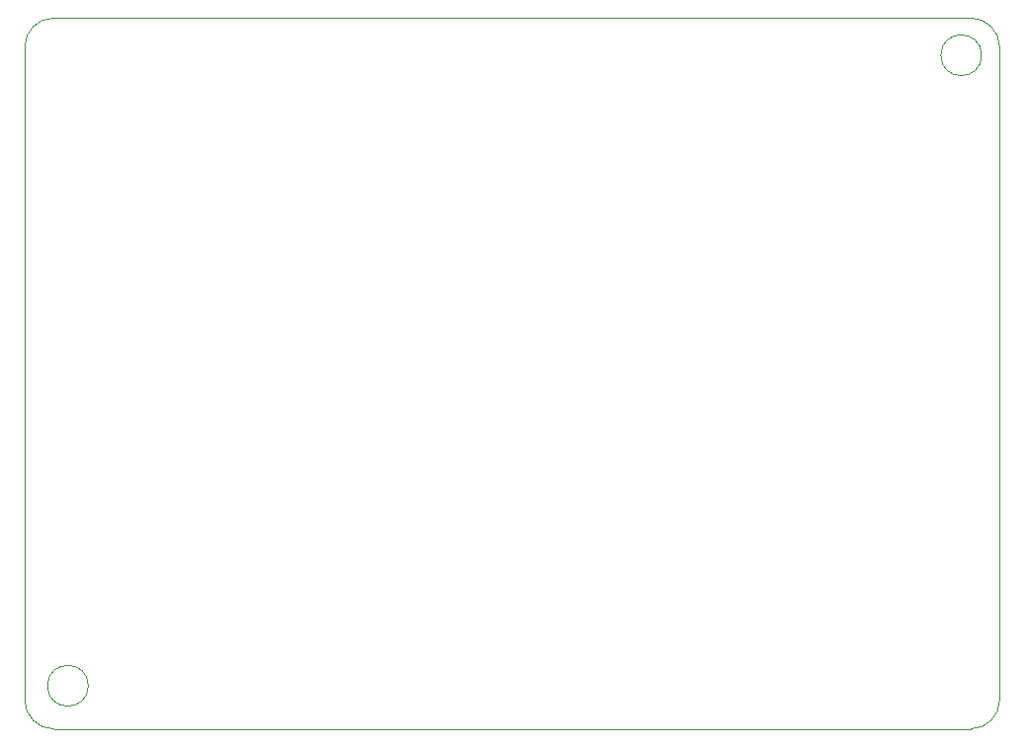
<source format=gbr>
G04 #@! TF.GenerationSoftware,KiCad,Pcbnew,(5.99.0-1157-ga17a78e42)*
G04 #@! TF.CreationDate,2020-04-19T13:41:11-07:00*
G04 #@! TF.ProjectId,signal-board,7369676e-616c-42d6-926f-6172642e6b69,rev?*
G04 #@! TF.SameCoordinates,Original*
G04 #@! TF.FileFunction,Profile,NP*
%FSLAX46Y46*%
G04 Gerber Fmt 4.6, Leading zero omitted, Abs format (unit mm)*
G04 Created by KiCad (PCBNEW (5.99.0-1157-ga17a78e42)) date 2020-04-19 13:41:11*
%MOMM*%
%LPD*%
G01*
G04 APERTURE LIST*
G04 #@! TA.AperFunction,Profile*
%ADD10C,0.050000*%
G04 #@! TD*
G04 APERTURE END LIST*
D10*
X173950000Y-52700000D02*
G75*
G03*
X173950000Y-52700000I-1750000J0D01*
G01*
X97350000Y-106800000D02*
G75*
G03*
X97350000Y-106800000I-1750000J0D01*
G01*
X94400000Y-49500000D02*
X173000000Y-49500000D01*
X91900000Y-108000000D02*
X91900000Y-52000000D01*
X173000000Y-110500000D02*
X94400000Y-110500000D01*
X175500000Y-52000000D02*
X175500000Y-108000000D01*
X94400000Y-110500000D02*
G75*
G02*
X91900000Y-108000000I0J2500000D01*
G01*
X175500000Y-108000000D02*
G75*
G02*
X173000000Y-110500000I-2500000J0D01*
G01*
X173000000Y-49500000D02*
G75*
G02*
X175500000Y-52000000I0J-2500000D01*
G01*
X91900000Y-52000000D02*
G75*
G02*
X94400000Y-49500000I2500000J0D01*
G01*
M02*

</source>
